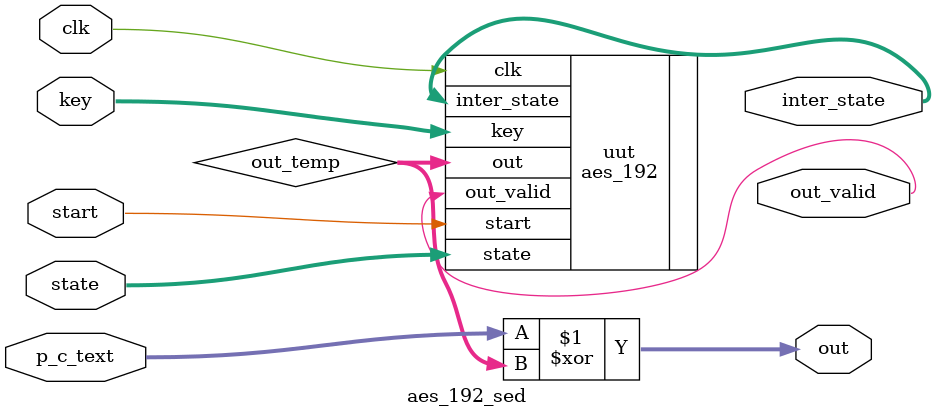
<source format=v>
/*
 * Description:
 * AES is implemented in CTR mode.
 * Give 128 bit input to "p_c_text" (plain/cipher text).
 * Give 192 bit key to "key".
 * Give 128 initial vector to "state".
 *
 * Conditions: 
 * Don't give new inputs and start until assertion of out_valid.
 * Start has to go from 0 to 1 for the correct starting.
 * "state" value should be same for both encryption and decryption.
 *
 * sed: Serialized Encryption and Decryption
 */

module aes_192_sed(clk, start, state, p_c_text, key, inter_state, out, out_valid);
    input          clk;
    input          start;
    input  [127:0] state, p_c_text;
    input  [191:0] key;
    output [127:0] inter_state;
    output [127:0] out;
    output         out_valid;
	
    wire    [127:0] out_temp;
    wire     out_valid;
    
    // Instantiate the Unit Under Test (UUT)
	aes_192 uut (
		.clk(clk), 
		.start(start), 
		.state(state), 
		.key(key), 
		.inter_state(inter_state),
		.out(out_temp),
		.out_valid(out_valid)
	);

    // Muxing p_c_text with output of AES core.
    assign out = p_c_text ^ out_temp;

endmodule


</source>
